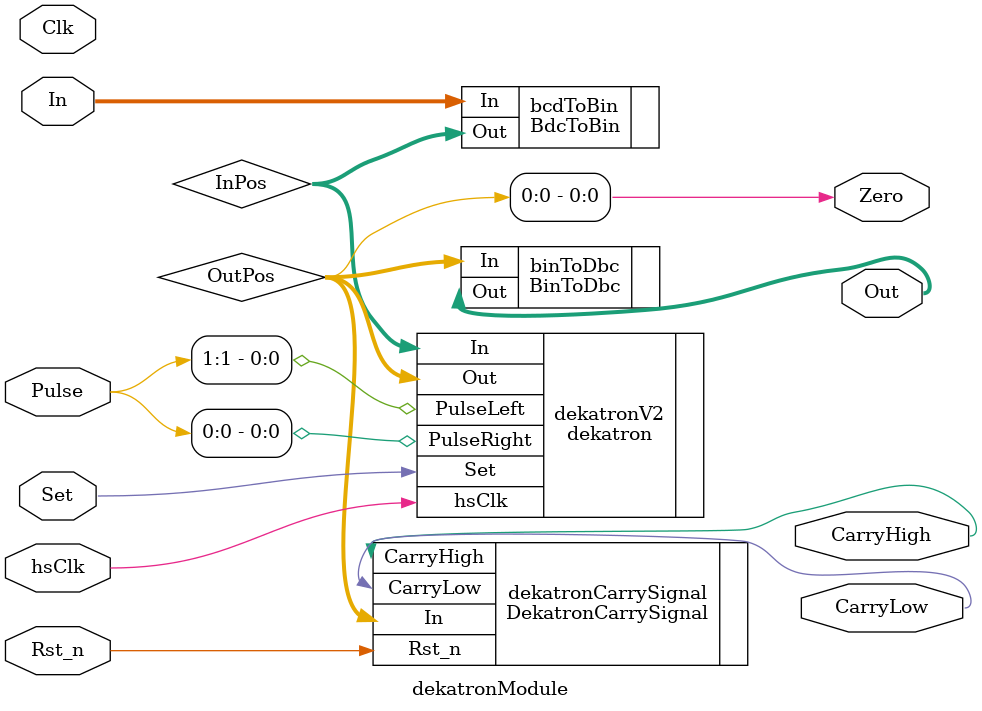
<source format=sv>
(* keep_hierarchy = "yes" *) module dekatronModule(
    input wire Rst_n,
    input wire Clk,
    input wire hsClk,
    input wire Set,
    input wire[1:0] Pulse,
    input wire[3:0] In,
    output wire[3:0] Out,
    output wire Zero,
    output wire CarryLow,
    output wire CarryHigh
);

wire [9:0] InPos;
wire[9:0] OutPos;
assign Zero = OutPos[0];

BdcToBin bcdToBin(
    .In(In),
    .Out(InPos)
);

dekatron dekatronV2(
    .hsClk(hsClk),
    .PulseRight(Pulse[0]),
    .PulseLeft(Pulse[1]),
    .Set(Set),
    .In(InPos),
    .Out(OutPos)
);

BinToDbc binToDbc(
    .In(OutPos),
    .Out(Out)
);

DekatronCarrySignal  dekatronCarrySignal(
    .Rst_n(Rst_n),
    .In(OutPos),
    .CarryLow(CarryLow),
    .CarryHigh(CarryHigh)
); 

endmodule
</source>
